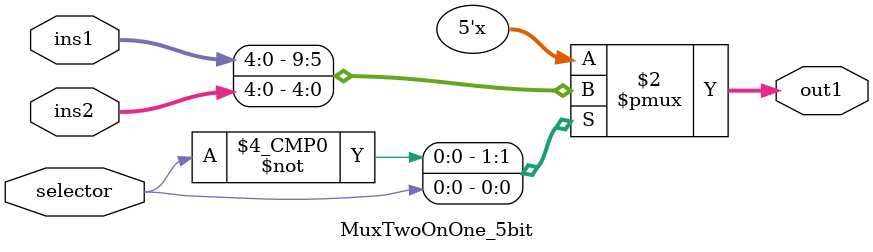
<source format=v>
module MuxTwoOnOne_5bit(ins1,ins2,selector,out1);
input [4:0] ins1 ,ins2 ;
input  selector;
output reg [4:0] out1;
 
always @(ins1,ins2,selector)
case (selector)
0:out1 <= ins1;
1:out1 <= ins2;
//default : out<=1'bx;
endcase 

endmodule 
</source>
